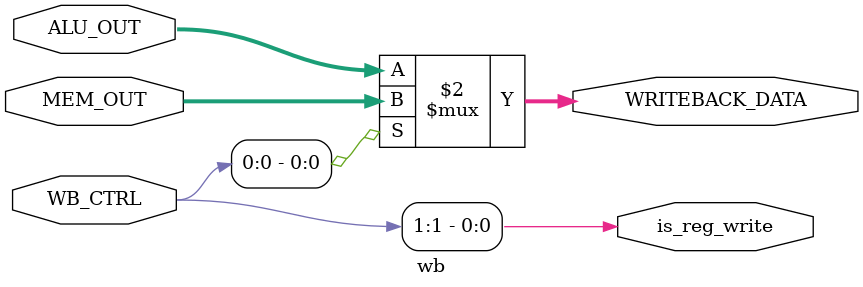
<source format=v>
/**   
 * wb.v
 * -------------------------
 * This is the WRITEBACK stage of the pipeline. Register values are sent to DECODE for
 * writing purposes.
 */

 /* INCLUDES */
`include "opcode.v"

/* MODULE DEFINITION */
module wb(WB_CTRL, ALU_OUT, MEM_OUT, WRITEBACK_DATA, is_reg_write);

    input [1:0] WB_CTRL;
    input [31:0] ALU_OUT, MEM_OUT;
    output [31:0] WRITEBACK_DATA;
    output is_reg_write;

    assign WRITEBACK_DATA = (WB_CTRL[0] == 1'b1) ? MEM_OUT : ALU_OUT;
    assign is_reg_write = WB_CTRL[1];

endmodule
</source>
